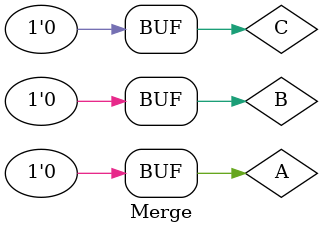
<source format=v>
`timescale 1ns / 1ps


module Merge();
    reg A,B,C;
    wire D;   
    design_1_wrapper instance1(A, B, C, D);  
    initial begin
    A = 1; B = 1; C = 1;
    #10 A = 1; B = 1; C = 0;
    #20 A = 1; B = 0; C = 0;
    #30 A = 0; B = 1; C = 1;
    #40 A = 0; B = 1; C = 0;
    #50 A = 0; B = 0; C = 1;
    #60 A = 0; B = 0; C = 0;
    end
endmodule

</source>
